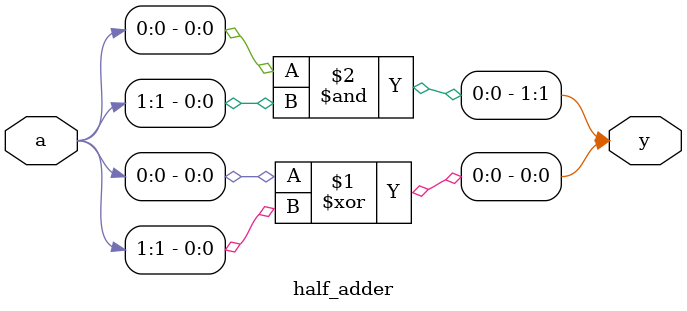
<source format=v>
`timescale 1ns / 1ps
module half_adder(
    input [0:1] a,
    output [0:1] y
    );
	 xor a1(y[0],a[0],a[1]);
	 and a2(y[1],a[0],a[1]);
endmodule

</source>
